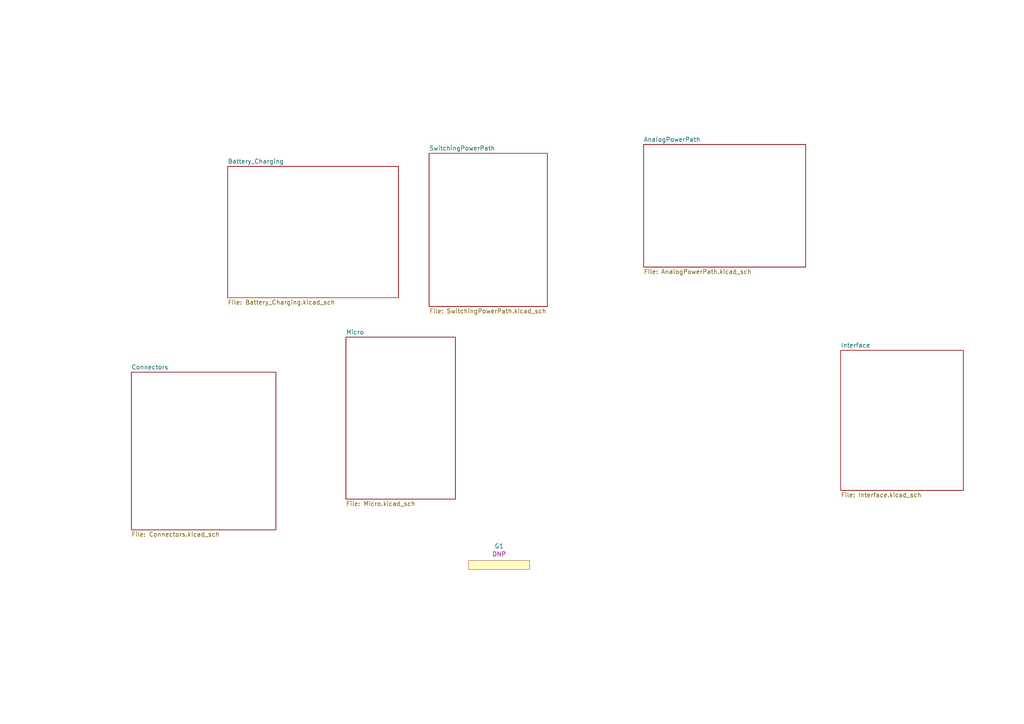
<source format=kicad_sch>
(kicad_sch (version 20211123) (generator eeschema)
  (paper "A4")
  (lib_symbols
    (symbol "master-vampire_General:G"
      (property "Reference" "G" (at -8.89 2.54 0))
      (property "MPN" "DNP" (at 0 0 0))
      (symbol "G_0_1"
        (rectangle (start -8.89 1.27) (end 8.89 -1.27) (stroke (width 0.1016)) (fill (type background)))
      )
    )
  )
  (symbol (lib_id "master-vampire_General:G") (at 144.78 163.83 0) (unit 1)
    (property "Reference" "G1" (at 144.78 158.3944 0))
    (property "Value" "G" (effects hide))
    (property "MPN" "DNP" (at 144.78 160.7058 0))
    (property "Manufacturer" "DNP" (effects hide))
    (property "Supplier" "DNP" (effects hide))
    (property "Supplier PN" "DNP" (effects hide))
    (property "Package" "DNP" (effects hide))
  )
  (sheet (at 186.69 41.91) (size 46.99 35.56)
    (property "Sheet name" "AnalogPowerPath" (at 186.69 41.1984 0) (effects (justify left bottom)))
    (property "Sheet file" "AnalogPowerPath.kicad_sch" (at 186.69 78.0546 0) (effects (justify left top)))
  )
  (sheet (at 124.46 44.45) (size 34.29 44.45)
    (property "Sheet name" "SwitchingPowerPath" (at 124.46 43.7384 0) (effects (justify left bottom)))
    (property "Sheet file" "SwitchingPowerPath.kicad_sch" (at 124.46 89.4846 0) (effects (justify left top)))
  )
  (sheet (at 243.84 101.6) (size 35.56 40.64)
    (property "Sheet name" "Interface" (at 243.84 100.8884 0) (effects (justify left bottom)))
    (property "Sheet file" "Interface.kicad_sch" (at 243.84 142.8246 0) (effects (justify left top)))
  )
  (sheet (at 100.33 97.79) (size 31.75 46.99)
    (property "Sheet name" "Micro" (at 100.33 97.0784 0) (effects (justify left bottom)))
    (property "Sheet file" "Micro.kicad_sch" (at 100.33 145.3646 0) (effects (justify left top)))
  )
  (sheet (at 66.04 48.26) (size 49.53 38.1)
    (property "Sheet name" "Battery_Charging" (at 66.04 47.5484 0) (effects (justify left bottom)))
    (property "Sheet file" "Battery_Charging.kicad_sch" (at 66.04 86.9446 0) (effects (justify left top)))
  )
  (sheet (at 38.1 107.95) (size 41.91 45.72)
    (property "Sheet name" "Connectors" (at 38.1 107.2384 0) (effects (justify left bottom)))
    (property "Sheet file" "Connectors.kicad_sch" (at 38.1 154.2546 0) (effects (justify left top)))
  )
)
</source>
